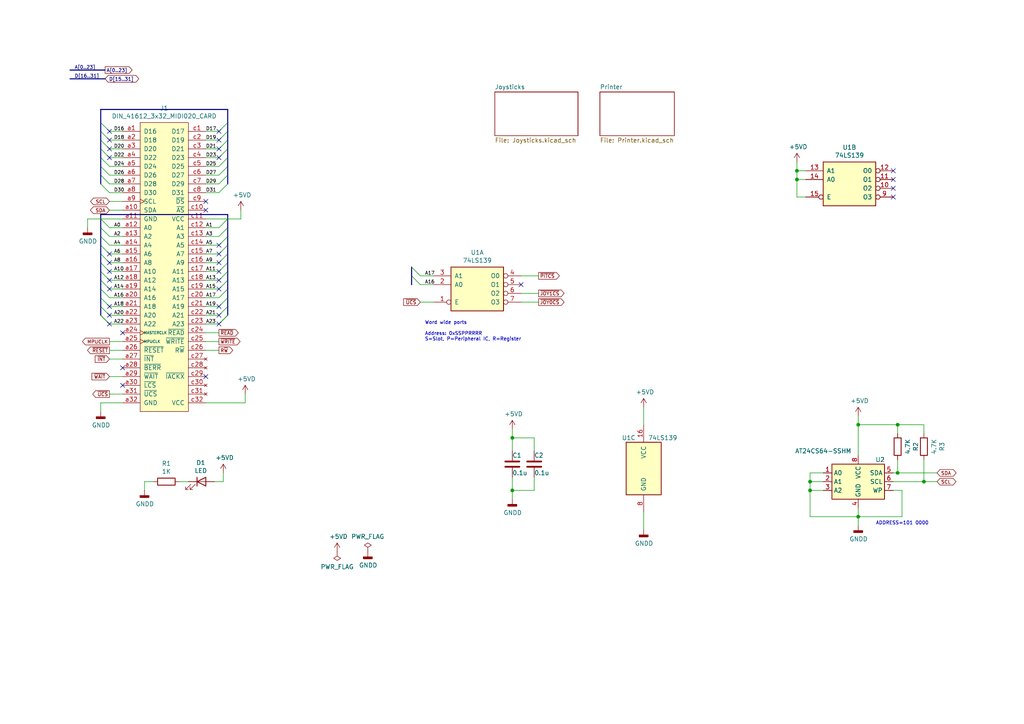
<source format=kicad_sch>
(kicad_sch (version 20211123) (generator eeschema)
  (paper "A4")
  (lib_symbols
    (symbol "74xx:74LS139" (pin_names (offset 1.016))
      (property "Reference" "U" (at -7.62 8.89 0))
      (property "Value" "74LS139" (at -7.62 -8.89 0))
      (symbol "74LS139_1_0"
        (pin input inverted (at -12.7 -5.08 0) (length 5.08) (name "E") (number "1"))
        (pin input line (at -12.7 0 0) (length 5.08) (name "A0") (number "2"))
        (pin input line (at -12.7 2.54 0) (length 5.08) (name "A1") (number "3"))
        (pin output inverted (at 12.7 2.54 180) (length 5.08) (name "O0") (number "4"))
        (pin output inverted (at 12.7 0 180) (length 5.08) (name "O1") (number "5"))
        (pin output inverted (at 12.7 -2.54 180) (length 5.08) (name "O2") (number "6"))
        (pin output inverted (at 12.7 -5.08 180) (length 5.08) (name "O3") (number "7"))
      )
      (symbol "74LS139_1_1"
        (rectangle (start -7.62 5.08) (end 7.62 -7.62) (stroke (width 0.254)) (fill (type background)))
      )
      (symbol "74LS139_2_0"
        (pin output inverted (at 12.7 -2.54 180) (length 5.08) (name "O2") (number "10"))
        (pin output inverted (at 12.7 0 180) (length 5.08) (name "O1") (number "11"))
        (pin output inverted (at 12.7 2.54 180) (length 5.08) (name "O0") (number "12"))
        (pin input line (at -12.7 2.54 0) (length 5.08) (name "A1") (number "13"))
        (pin input line (at -12.7 0 0) (length 5.08) (name "A0") (number "14"))
        (pin input inverted (at -12.7 -5.08 0) (length 5.08) (name "E") (number "15"))
        (pin output inverted (at 12.7 -5.08 180) (length 5.08) (name "O3") (number "9"))
      )
      (symbol "74LS139_2_1"
        (rectangle (start -7.62 5.08) (end 7.62 -7.62) (stroke (width 0.254)) (fill (type background)))
      )
      (symbol "74LS139_3_0"
        (pin power_in line (at 0 12.7 270) (length 5.08) (name "VCC") (number "16"))
        (pin power_in line (at 0 -12.7 90) (length 5.08) (name "GND") (number "8"))
      )
      (symbol "74LS139_3_1"
        (rectangle (start -5.08 7.62) (end 5.08 -7.62) (stroke (width 0.254)) (fill (type background)))
      )
    )
    (symbol "Aslak:DIN_41612_3x32_MIDI020_CARD" (pin_names (offset 1.016))
      (property "Reference" "J" (at 5.08 31.75 0))
      (property "Value" "Aslak_DIN_41612_3x32_MIDI020_CARD" (at -3.81 31.75 0))
      (symbol "DIN_41612_3x32_MIDI020_CARD_0_1"
        (rectangle (start -6.35 30.48) (end 7.62 -53.34) (fill (type background)))
      )
      (symbol "DIN_41612_3x32_MIDI020_CARD_1_1"
        (pin bidirectional line (at -11.43 27.94 0) (length 5.08) (name "D16") (number "a1"))
        (pin bidirectional line (at -11.43 5.08 0) (length 5.08) (name "SDA") (number "a10"))
        (pin power_in line (at -11.43 2.54 0) (length 5.08) (name "GND") (number "a11"))
        (pin output line (at -11.43 0 0) (length 5.08) (name "A0") (number "a12"))
        (pin output line (at -11.43 -2.54 0) (length 5.08) (name "A2") (number "a13"))
        (pin output line (at -11.43 -5.08 0) (length 5.08) (name "A4") (number "a14"))
        (pin output line (at -11.43 -7.62 0) (length 5.08) (name "A6") (number "a15"))
        (pin output line (at -11.43 -10.16 0) (length 5.08) (name "A8") (number "a16"))
        (pin output line (at -11.43 -12.7 0) (length 5.08) (name "A10") (number "a17"))
        (pin output line (at -11.43 -15.24 0) (length 5.08) (name "A12") (number "a18"))
        (pin output line (at -11.43 -17.78 0) (length 5.08) (name "A14") (number "a19"))
        (pin bidirectional line (at -11.43 25.4 0) (length 5.08) (name "D18") (number "a2"))
        (pin output line (at -11.43 -20.32 0) (length 5.08) (name "A16") (number "a20"))
        (pin output line (at -11.43 -22.86 0) (length 5.08) (name "A18") (number "a21"))
        (pin output line (at -11.43 -25.4 0) (length 5.08) (name "A20") (number "a22"))
        (pin output line (at -11.43 -27.94 0) (length 5.08) (name "A22") (number "a23"))
        (pin output clock (at -11.43 -30.48 0) (length 5.08) (name "MASTERCLK") (number "a24"))
        (pin output clock (at -11.43 -33.02 0) (length 5.08) (name "MPUCLK") (number "a25"))
        (pin output line (at -11.43 -35.56 0) (length 5.08) (name "~{RESET}") (number "a26"))
        (pin input line (at -11.43 -38.1 0) (length 5.08) (name "~{INT}") (number "a27"))
        (pin input line (at -11.43 -40.64 0) (length 5.08) (name "~{BERR}") (number "a28"))
        (pin input line (at -11.43 -43.18 0) (length 5.08) (name "~{WAIT}") (number "a29"))
        (pin bidirectional line (at -11.43 22.86 0) (length 5.08) (name "D20") (number "a3"))
        (pin output line (at -11.43 -45.72 0) (length 5.08) (name "~{LCS}") (number "a30"))
        (pin output line (at -11.43 -48.26 0) (length 5.08) (name "~{UCS}") (number "a31"))
        (pin power_in line (at -11.43 -50.8 0) (length 5.08) (name "GND") (number "a32"))
        (pin bidirectional line (at -11.43 20.32 0) (length 5.08) (name "D22") (number "a4"))
        (pin bidirectional line (at -11.43 17.78 0) (length 5.08) (name "D24") (number "a5"))
        (pin bidirectional line (at -11.43 15.24 0) (length 5.08) (name "D26") (number "a6"))
        (pin bidirectional line (at -11.43 12.7 0) (length 5.08) (name "D28") (number "a7"))
        (pin bidirectional line (at -11.43 10.16 0) (length 5.08) (name "D30") (number "a8"))
        (pin bidirectional clock (at -11.43 7.62 0) (length 5.08) (name "SCL") (number "a9"))
        (pin bidirectional line (at 12.7 27.94 180) (length 5.08) (name "D17") (number "c1"))
        (pin output line (at 12.7 5.08 180) (length 5.08) (name "~{AS}") (number "c10"))
        (pin power_in line (at 12.7 2.54 180) (length 5.08) (name "VCC") (number "c11"))
        (pin output line (at 12.7 0 180) (length 5.08) (name "A1") (number "c12"))
        (pin output line (at 12.7 -2.54 180) (length 5.08) (name "A3") (number "c13"))
        (pin output line (at 12.7 -5.08 180) (length 5.08) (name "A5") (number "c14"))
        (pin output line (at 12.7 -7.62 180) (length 5.08) (name "A7") (number "c15"))
        (pin output line (at 12.7 -10.16 180) (length 5.08) (name "A9") (number "c16"))
        (pin output line (at 12.7 -12.7 180) (length 5.08) (name "A11") (number "c17"))
        (pin output line (at 12.7 -15.24 180) (length 5.08) (name "A13") (number "c18"))
        (pin output line (at 12.7 -17.78 180) (length 5.08) (name "A15") (number "c19"))
        (pin bidirectional line (at 12.7 25.4 180) (length 5.08) (name "D19") (number "c2"))
        (pin output line (at 12.7 -20.32 180) (length 5.08) (name "A17") (number "c20"))
        (pin output line (at 12.7 -22.86 180) (length 5.08) (name "A19") (number "c21"))
        (pin output line (at 12.7 -25.4 180) (length 5.08) (name "A21") (number "c22"))
        (pin output line (at 12.7 -27.94 180) (length 5.08) (name "A23") (number "c23"))
        (pin output line (at 12.7 -30.48 180) (length 5.08) (name "~{READ}") (number "c24"))
        (pin output line (at 12.7 -33.02 180) (length 5.08) (name "~{WRITE}") (number "c25"))
        (pin output line (at 12.7 -35.56 180) (length 5.08) (name "R~{W}") (number "c26"))
        (pin no_connect line (at 12.7 -38.1 180) (length 5.08) (name "~") (number "c27"))
        (pin no_connect line (at 12.7 -40.64 180) (length 5.08) (name "~") (number "c28"))
        (pin output line (at 12.7 -43.18 180) (length 5.08) (name "~{IACKX}") (number "c29"))
        (pin bidirectional line (at 12.7 22.86 180) (length 5.08) (name "D21") (number "c3"))
        (pin no_connect line (at 12.7 -45.72 180) (length 5.08) (name "~") (number "c30"))
        (pin no_connect line (at 12.7 -48.26 180) (length 5.08) (name "~") (number "c31"))
        (pin power_in line (at 12.7 -50.8 180) (length 5.08) (name "VCC") (number "c32"))
        (pin bidirectional line (at 12.7 20.32 180) (length 5.08) (name "D23") (number "c4"))
        (pin bidirectional line (at 12.7 17.78 180) (length 5.08) (name "D25") (number "c5"))
        (pin bidirectional line (at 12.7 15.24 180) (length 5.08) (name "D27") (number "c6"))
        (pin bidirectional line (at 12.7 12.7 180) (length 5.08) (name "D29") (number "c7"))
        (pin bidirectional line (at 12.7 10.16 180) (length 5.08) (name "D31") (number "c8"))
        (pin output line (at 12.7 7.62 180) (length 5.08) (name "~{DS}") (number "c9"))
      )
    )
    (symbol "Device:C" (pin_numbers hide) (pin_names (offset 0.254))
      (property "Reference" "C" (at 0.635 2.54 0))
      (property "Value" "C" (at 0.635 -2.54 0))
      (symbol "C_0_1"
        (polyline (pts (xy -2.032 -0.762) (xy 2.032 -0.762)) (stroke (width 0.508)))
        (polyline (pts (xy -2.032 0.762) (xy 2.032 0.762)) (stroke (width 0.508)))
      )
      (symbol "C_1_1"
        (pin passive line (at 0 3.81 270) (length 2.794) (name "~") (number "1"))
        (pin passive line (at 0 -3.81 90) (length 2.794) (name "~") (number "2"))
      )
    )
    (symbol "Device:LED" (pin_numbers hide) (pin_names (offset 1.016) hide)
      (property "Reference" "D" (at 0 2.54 0))
      (property "Value" "LED" (at 0 -2.54 0))
      (symbol "LED_0_1"
        (polyline (pts (xy -1.27 -1.27) (xy -1.27 1.27)) (stroke (width 0.254)))
        (polyline (pts (xy -1.27 0) (xy 1.27 0)))
        (polyline (pts (xy 1.27 -1.27) (xy 1.27 1.27) (xy -1.27 0) (xy 1.27 -1.27)) (stroke (width 0.254)))
        (polyline (pts (xy -3.048 -0.762) (xy -4.572 -2.286) (xy -3.81 -2.286) (xy -4.572 -2.286) (xy -4.572 -1.524)))
        (polyline (pts (xy -1.778 -0.762) (xy -3.302 -2.286) (xy -2.54 -2.286) (xy -3.302 -2.286) (xy -3.302 -1.524)))
      )
      (symbol "LED_1_1"
        (pin passive line (at -3.81 0 0) (length 2.54) (name "K") (number "1"))
        (pin passive line (at 3.81 0 180) (length 2.54) (name "A") (number "2"))
      )
    )
    (symbol "Device:R" (pin_numbers hide) (pin_names (offset 0))
      (property "Reference" "R" (at 2.032 0 90))
      (property "Value" "R" (at 0 0 90))
      (symbol "R_0_1"
        (rectangle (start -1.016 -2.54) (end 1.016 2.54) (stroke (width 0.254)))
      )
      (symbol "R_1_1"
        (pin passive line (at 0 3.81 270) (length 1.27) (name "~") (number "1"))
        (pin passive line (at 0 -3.81 90) (length 1.27) (name "~") (number "2"))
      )
    )
    (symbol "Memory_EEPROM:AT24CS64-SSHM"
      (property "Reference" "U" (at -7.62 6.35 0))
      (property "Value" "AT24CS64-SSHM" (at 2.54 -6.35 0))
      (symbol "AT24CS64-SSHM_1_1"
        (rectangle (start -7.62 5.08) (end 7.62 -5.08) (stroke (width 0.254)) (fill (type background)))
        (pin input line (at -10.16 2.54 0) (length 2.54) (name "A0") (number "1"))
        (pin input line (at -10.16 0 0) (length 2.54) (name "A1") (number "2"))
        (pin input line (at -10.16 -2.54 0) (length 2.54) (name "A2") (number "3"))
        (pin power_in line (at 0 -7.62 90) (length 2.54) (name "GND") (number "4"))
        (pin bidirectional line (at 10.16 2.54 180) (length 2.54) (name "SDA") (number "5"))
        (pin input line (at 10.16 0 180) (length 2.54) (name "SCL") (number "6"))
        (pin input line (at 10.16 -2.54 180) (length 2.54) (name "WP") (number "7"))
        (pin power_in line (at 0 7.62 270) (length 2.54) (name "VCC") (number "8"))
      )
    )
    (symbol "power:+5VD" (power) (pin_names (offset 0))
      (property "Value" "+5VD" (at 0 3.556 0))
      (symbol "+5VD_0_1"
        (polyline (pts (xy -0.762 1.27) (xy 0 2.54)))
        (polyline (pts (xy 0 0) (xy 0 2.54)))
        (polyline (pts (xy 0 2.54) (xy 0.762 1.27)))
      )
      (symbol "+5VD_1_1"
        (pin power_in line (at 0 0 90) (length 0) hide (name "+5VD") (number "1"))
      )
    )
    (symbol "power:GNDD" (power) (pin_names (offset 0))
      (property "Value" "GNDD" (at 0 -3.175 0))
      (symbol "GNDD_0_1"
        (rectangle (start -1.27 -1.524) (end 1.27 -2.032) (stroke (width 0.254)) (fill (type outline)))
        (polyline (pts (xy 0 0) (xy 0 -1.524)))
      )
      (symbol "GNDD_1_1"
        (pin power_in line (at 0 0 270) (length 0) hide (name "GNDD") (number "1"))
      )
    )
    (symbol "power:PWR_FLAG" (power) (pin_numbers hide) (pin_names (offset 0) hide)
      (property "Value" "PWR_FLAG" (at 0 3.81 0))
      (symbol "PWR_FLAG_0_0"
        (pin power_out line (at 0 0 90) (length 0) (name "pwr") (number "1"))
      )
      (symbol "PWR_FLAG_0_1"
        (polyline (pts (xy 0 0) (xy 0 1.27) (xy -1.016 1.905) (xy 0 2.54) (xy 1.016 1.905) (xy 0 1.27)))
      )
    )
  )
  (junction (at 260.35 137.16))
  (junction (at 148.59 142.24))
  (junction (at 248.92 149.86))
  (junction (at 234.95 142.24))
  (junction (at 260.35 123.19))
  (junction (at 231.14 52.07))
  (junction (at 248.92 123.19))
  (junction (at 267.97 139.7))
  (junction (at 234.95 139.7))
  (junction (at 148.59 127))
  (junction (at 231.14 49.53))
  (no_connect (at 35.56 106.68))
  (no_connect (at 151.13 82.55))
  (no_connect (at 63.5 88.9))
  (no_connect (at 63.5 45.72))
  (no_connect (at 31.75 83.82))
  (no_connect (at 31.75 73.66))
  (no_connect (at 63.5 71.12))
  (no_connect (at 31.75 76.2))
  (no_connect (at 63.5 76.2))
  (no_connect (at 31.75 93.98))
  (no_connect (at 63.5 83.82))
  (no_connect (at 259.08 57.15))
  (no_connect (at 63.5 38.1))
  (no_connect (at 63.5 78.74))
  (no_connect (at 259.08 49.53))
  (no_connect (at 31.75 91.44))
  (no_connect (at 35.56 96.52))
  (no_connect (at 31.75 43.18))
  (no_connect (at 63.5 81.28))
  (no_connect (at 59.69 60.96))
  (no_connect (at 259.08 52.07))
  (no_connect (at 31.75 38.1))
  (no_connect (at 31.75 81.28))
  (no_connect (at 63.5 91.44))
  (no_connect (at 63.5 73.66))
  (no_connect (at 31.75 88.9))
  (no_connect (at 63.5 40.64))
  (no_connect (at 59.69 58.42))
  (no_connect (at 35.56 111.76))
  (no_connect (at 59.69 109.22))
  (no_connect (at 259.08 54.61))
  (no_connect (at 63.5 93.98))
  (no_connect (at 31.75 78.74))
  (no_connect (at 31.75 40.64))
  (no_connect (at 63.5 43.18))
  (no_connect (at 31.75 45.72))
  (bus_entry (at 66.04 53.34) (size -2.54 2.54))
  (bus_entry (at 66.04 71.12) (size -2.54 2.54))
  (bus_entry (at 29.21 38.1) (size 2.54 2.54))
  (bus_entry (at 66.04 35.56) (size -2.54 2.54))
  (bus_entry (at 66.04 45.72) (size -2.54 2.54))
  (bus_entry (at 29.21 71.12) (size 2.54 2.54))
  (bus_entry (at 66.04 76.2) (size -2.54 2.54))
  (bus_entry (at 29.21 88.9) (size 2.54 2.54))
  (bus_entry (at 66.04 66.04) (size -2.54 2.54))
  (bus_entry (at 29.21 76.2) (size 2.54 2.54))
  (bus_entry (at 29.21 73.66) (size 2.54 2.54))
  (bus_entry (at 66.04 40.64) (size -2.54 2.54))
  (bus_entry (at 29.21 43.18) (size 2.54 2.54))
  (bus_entry (at 66.04 48.26) (size -2.54 2.54))
  (bus_entry (at 29.21 66.04) (size 2.54 2.54))
  (bus_entry (at 29.21 50.8) (size 2.54 2.54))
  (bus_entry (at 29.21 53.34) (size 2.54 2.54))
  (bus_entry (at 66.04 81.28) (size -2.54 2.54))
  (bus_entry (at 66.04 38.1) (size -2.54 2.54))
  (bus_entry (at 66.04 86.36) (size -2.54 2.54))
  (bus_entry (at 29.21 63.5) (size 2.54 2.54))
  (bus_entry (at 29.21 91.44) (size 2.54 2.54))
  (bus_entry (at 29.21 91.44) (size 2.54 2.54))
  (bus_entry (at 66.04 83.82) (size -2.54 2.54))
  (bus_entry (at 66.04 91.44) (size -2.54 2.54))
  (bus_entry (at 29.21 48.26) (size 2.54 2.54))
  (bus_entry (at 66.04 63.5) (size -2.54 2.54))
  (bus_entry (at 66.04 68.58) (size -2.54 2.54))
  (bus_entry (at 66.04 91.44) (size -2.54 2.54))
  (bus_entry (at 66.04 73.66) (size -2.54 2.54))
  (bus_entry (at 29.21 45.72) (size 2.54 2.54))
  (bus_entry (at 29.21 83.82) (size 2.54 2.54))
  (bus_entry (at 29.21 35.56) (size 2.54 2.54))
  (bus_entry (at 29.21 40.64) (size 2.54 2.54))
  (bus_entry (at 66.04 50.8) (size -2.54 2.54))
  (bus_entry (at 119.38 77.47) (size 2.54 2.54))
  (bus_entry (at 29.21 86.36) (size 2.54 2.54))
  (bus_entry (at 29.21 68.58) (size 2.54 2.54))
  (bus_entry (at 66.04 88.9) (size -2.54 2.54))
  (bus_entry (at 29.21 78.74) (size 2.54 2.54))
  (bus_entry (at 119.38 80.01) (size 2.54 2.54))
  (bus_entry (at 29.21 81.28) (size 2.54 2.54))
  (bus_entry (at 66.04 43.18) (size -2.54 2.54))
  (bus_entry (at 66.04 78.74) (size -2.54 2.54))
  (wire (pts (xy 267.97 133.35) (xy 267.97 139.7)))
  (wire (pts (xy 261.62 142.24) (xy 261.62 149.86)))
  (wire (pts (xy 59.69 48.26) (xy 63.5 48.26)))
  (wire (pts (xy 59.69 53.34) (xy 63.5 53.34)))
  (wire (pts (xy 35.56 43.18) (xy 31.75 43.18)))
  (wire (pts (xy 260.35 137.16) (xy 271.78 137.16)))
  (bus (pts (xy 29.21 81.28) (xy 29.21 83.82)))
  (wire (pts (xy 59.69 66.04) (xy 63.5 66.04)))
  (bus (pts (xy 66.04 83.82) (xy 66.04 86.36)))
  (wire (pts (xy 121.92 87.63) (xy 125.73 87.63)))
  (wire (pts (xy 238.76 142.24) (xy 234.95 142.24)))
  (wire (pts (xy 59.69 45.72) (xy 63.5 45.72)))
  (bus (pts (xy 29.21 43.18) (xy 29.21 45.72)))
  (wire (pts (xy 59.69 38.1) (xy 63.5 38.1)))
  (wire (pts (xy 35.56 53.34) (xy 31.75 53.34)))
  (wire (pts (xy 186.69 148.59) (xy 186.69 153.67)))
  (wire (pts (xy 125.73 80.01) (xy 121.92 80.01)))
  (wire (pts (xy 238.76 137.16) (xy 234.95 137.16)))
  (wire (pts (xy 71.12 116.84) (xy 71.12 114.3)))
  (wire (pts (xy 35.56 114.3) (xy 31.75 114.3)))
  (wire (pts (xy 259.08 142.24) (xy 261.62 142.24)))
  (bus (pts (xy 66.04 76.2) (xy 66.04 78.74)))
  (wire (pts (xy 59.69 40.64) (xy 63.5 40.64)))
  (bus (pts (xy 29.21 83.82) (xy 29.21 86.36)))
  (wire (pts (xy 35.56 91.44) (xy 31.75 91.44)))
  (wire (pts (xy 148.59 142.24) (xy 148.59 138.43)))
  (wire (pts (xy 59.69 71.12) (xy 63.5 71.12)))
  (wire (pts (xy 59.69 50.8) (xy 63.5 50.8)))
  (wire (pts (xy 29.21 63.5) (xy 35.56 63.5)))
  (wire (pts (xy 234.95 137.16) (xy 234.95 139.7)))
  (wire (pts (xy 231.14 49.53) (xy 231.14 52.07)))
  (bus (pts (xy 66.04 45.72) (xy 66.04 48.26)))
  (bus (pts (xy 29.21 73.66) (xy 29.21 76.2)))
  (wire (pts (xy 35.56 45.72) (xy 31.75 45.72)))
  (bus (pts (xy 66.04 35.56) (xy 66.04 38.1)))
  (bus (pts (xy 29.21 62.23) (xy 66.04 62.23)))
  (wire (pts (xy 248.92 120.65) (xy 248.92 123.19)))
  (wire (pts (xy 59.69 91.44) (xy 63.5 91.44)))
  (wire (pts (xy 35.56 48.26) (xy 31.75 48.26)))
  (wire (pts (xy 154.94 142.24) (xy 154.94 138.43)))
  (wire (pts (xy 267.97 139.7) (xy 271.78 139.7)))
  (wire (pts (xy 231.14 57.15) (xy 233.68 57.15)))
  (wire (pts (xy 248.92 149.86) (xy 248.92 152.4)))
  (wire (pts (xy 267.97 125.73) (xy 267.97 123.19)))
  (wire (pts (xy 35.56 38.1) (xy 31.75 38.1)))
  (wire (pts (xy 238.76 139.7) (xy 234.95 139.7)))
  (bus (pts (xy 119.38 80.01) (xy 119.38 82.55)))
  (wire (pts (xy 154.94 130.81) (xy 154.94 127)))
  (wire (pts (xy 260.35 125.73) (xy 260.35 123.19)))
  (wire (pts (xy 25.4 63.5) (xy 29.21 63.5)))
  (bus (pts (xy 66.04 43.18) (xy 66.04 45.72)))
  (wire (pts (xy 260.35 133.35) (xy 260.35 137.16)))
  (wire (pts (xy 231.14 52.07) (xy 231.14 57.15)))
  (wire (pts (xy 248.92 123.19) (xy 248.92 132.08)))
  (wire (pts (xy 66.04 63.5) (xy 69.85 63.5)))
  (wire (pts (xy 148.59 127) (xy 148.59 124.46)))
  (wire (pts (xy 151.13 85.09) (xy 156.21 85.09)))
  (bus (pts (xy 29.21 31.75) (xy 66.04 31.75)))
  (bus (pts (xy 66.04 71.12) (xy 66.04 73.66)))
  (wire (pts (xy 35.56 83.82) (xy 31.75 83.82)))
  (wire (pts (xy 35.56 73.66) (xy 31.75 73.66)))
  (bus (pts (xy 66.04 81.28) (xy 66.04 83.82)))
  (bus (pts (xy 66.04 86.36) (xy 66.04 88.9)))
  (bus (pts (xy 20.32 22.86) (xy 30.48 22.86)))
  (bus (pts (xy 29.21 78.74) (xy 29.21 81.28)))
  (wire (pts (xy 259.08 139.7) (xy 267.97 139.7)))
  (wire (pts (xy 35.56 101.6) (xy 31.75 101.6)))
  (wire (pts (xy 41.91 142.24) (xy 41.91 139.7)))
  (wire (pts (xy 35.56 40.64) (xy 31.75 40.64)))
  (wire (pts (xy 59.69 96.52) (xy 63.5 96.52)))
  (wire (pts (xy 59.69 101.6) (xy 63.5 101.6)))
  (bus (pts (xy 29.21 38.1) (xy 29.21 40.64)))
  (wire (pts (xy 59.69 76.2) (xy 63.5 76.2)))
  (wire (pts (xy 234.95 139.7) (xy 234.95 142.24)))
  (wire (pts (xy 35.56 109.22) (xy 31.75 109.22)))
  (wire (pts (xy 261.62 149.86) (xy 248.92 149.86)))
  (wire (pts (xy 148.59 142.24) (xy 154.94 142.24)))
  (wire (pts (xy 259.08 137.16) (xy 260.35 137.16)))
  (wire (pts (xy 35.56 76.2) (xy 31.75 76.2)))
  (bus (pts (xy 29.21 66.04) (xy 29.21 68.58)))
  (wire (pts (xy 64.77 139.7) (xy 64.77 137.16)))
  (wire (pts (xy 248.92 149.86) (xy 248.92 147.32)))
  (bus (pts (xy 66.04 88.9) (xy 66.04 91.44)))
  (wire (pts (xy 260.35 123.19) (xy 248.92 123.19)))
  (wire (pts (xy 52.07 139.7) (xy 54.61 139.7)))
  (wire (pts (xy 35.56 104.14) (xy 31.75 104.14)))
  (wire (pts (xy 151.13 80.01) (xy 156.21 80.01)))
  (wire (pts (xy 59.69 93.98) (xy 63.5 93.98)))
  (wire (pts (xy 59.69 63.5) (xy 66.04 63.5)))
  (wire (pts (xy 148.59 142.24) (xy 148.59 144.78)))
  (bus (pts (xy 66.04 38.1) (xy 66.04 40.64)))
  (wire (pts (xy 62.23 139.7) (xy 64.77 139.7)))
  (wire (pts (xy 59.69 55.88) (xy 63.5 55.88)))
  (bus (pts (xy 66.04 68.58) (xy 66.04 71.12)))
  (wire (pts (xy 59.69 83.82) (xy 63.5 83.82)))
  (bus (pts (xy 66.04 66.04) (xy 66.04 68.58)))
  (bus (pts (xy 66.04 62.23) (xy 66.04 63.5)))
  (wire (pts (xy 41.91 139.7) (xy 44.45 139.7)))
  (wire (pts (xy 59.69 78.74) (xy 63.5 78.74)))
  (bus (pts (xy 66.04 63.5) (xy 66.04 66.04)))
  (bus (pts (xy 66.04 31.75) (xy 66.04 35.56)))
  (wire (pts (xy 234.95 149.86) (xy 248.92 149.86)))
  (bus (pts (xy 29.21 35.56) (xy 29.21 38.1)))
  (wire (pts (xy 231.14 46.99) (xy 231.14 49.53)))
  (bus (pts (xy 119.38 77.47) (xy 119.38 80.01)))
  (wire (pts (xy 233.68 49.53) (xy 231.14 49.53)))
  (bus (pts (xy 66.04 48.26) (xy 66.04 50.8)))
  (bus (pts (xy 66.04 40.64) (xy 66.04 43.18)))
  (wire (pts (xy 35.56 58.42) (xy 31.75 58.42)))
  (wire (pts (xy 231.14 52.07) (xy 233.68 52.07)))
  (wire (pts (xy 35.56 86.36) (xy 31.75 86.36)))
  (bus (pts (xy 29.21 86.36) (xy 29.21 88.9)))
  (wire (pts (xy 59.69 81.28) (xy 63.5 81.28)))
  (wire (pts (xy 35.56 81.28) (xy 31.75 81.28)))
  (wire (pts (xy 35.56 55.88) (xy 31.75 55.88)))
  (wire (pts (xy 35.56 93.98) (xy 31.75 93.98)))
  (wire (pts (xy 59.69 88.9) (xy 63.5 88.9)))
  (wire (pts (xy 59.69 73.66) (xy 63.5 73.66)))
  (wire (pts (xy 35.56 50.8) (xy 31.75 50.8)))
  (bus (pts (xy 29.21 76.2) (xy 29.21 78.74)))
  (wire (pts (xy 35.56 71.12) (xy 31.75 71.12)))
  (wire (pts (xy 35.56 116.84) (xy 29.21 116.84)))
  (bus (pts (xy 29.21 88.9) (xy 29.21 91.44)))
  (wire (pts (xy 267.97 123.19) (xy 260.35 123.19)))
  (bus (pts (xy 29.21 40.64) (xy 29.21 43.18)))
  (wire (pts (xy 69.85 63.5) (xy 69.85 60.96)))
  (bus (pts (xy 66.04 73.66) (xy 66.04 76.2)))
  (bus (pts (xy 29.21 50.8) (xy 29.21 53.34)))
  (bus (pts (xy 29.21 71.12) (xy 29.21 73.66)))
  (wire (pts (xy 125.73 82.55) (xy 121.92 82.55)))
  (wire (pts (xy 35.56 88.9) (xy 31.75 88.9)))
  (bus (pts (xy 29.21 62.23) (xy 29.21 63.5)))
  (wire (pts (xy 59.69 68.58) (xy 63.5 68.58)))
  (wire (pts (xy 59.69 86.36) (xy 63.5 86.36)))
  (wire (pts (xy 35.56 68.58) (xy 31.75 68.58)))
  (wire (pts (xy 154.94 127) (xy 148.59 127)))
  (wire (pts (xy 186.69 118.11) (xy 186.69 123.19)))
  (bus (pts (xy 29.21 68.58) (xy 29.21 71.12)))
  (wire (pts (xy 35.56 66.04) (xy 31.75 66.04)))
  (wire (pts (xy 59.69 99.06) (xy 63.5 99.06)))
  (wire (pts (xy 35.56 60.96) (xy 31.75 60.96)))
  (bus (pts (xy 29.21 45.72) (xy 29.21 48.26)))
  (wire (pts (xy 59.69 43.18) (xy 63.5 43.18)))
  (wire (pts (xy 148.59 127) (xy 148.59 130.81)))
  (bus (pts (xy 29.21 48.26) (xy 29.21 50.8)))
  (bus (pts (xy 29.21 63.5) (xy 29.21 66.04)))
  (wire (pts (xy 156.21 87.63) (xy 151.13 87.63)))
  (wire (pts (xy 29.21 116.84) (xy 29.21 119.38)))
  (bus (pts (xy 29.21 31.75) (xy 29.21 35.56)))
  (bus (pts (xy 66.04 50.8) (xy 66.04 53.34)))
  (wire (pts (xy 59.69 116.84) (xy 71.12 116.84)))
  (wire (pts (xy 25.4 63.5) (xy 25.4 66.04)))
  (wire (pts (xy 35.56 99.06) (xy 31.75 99.06)))
  (wire (pts (xy 35.56 78.74) (xy 31.75 78.74)))
  (bus (pts (xy 20.32 20.32) (xy 30.48 20.32)))
  (bus (pts (xy 66.04 78.74) (xy 66.04 81.28)))
  (wire (pts (xy 234.95 142.24) (xy 234.95 149.86)))
  (text "Word wide ports\n\nAddress: 0xSSPPRRRR\nS=Slot, P=Peripheral IC, R=Register" (at 123.19 99.06 0) (effects (font (size 0.9906 0.9906)) (justify left bottom)))
  (text "ADDRESS=101 0000" (at 254 152.4 0) (effects (font (size 0.9906 0.9906)) (justify left bottom)))
  (label "D19" (at 59.69 40.64 0) (effects (font (size 0.9906 0.9906))))
  (label "D[16..31]" (at 21.59 22.86 0) (effects (font (size 0.9906 0.9906))))
  (label "D21" (at 59.69 43.18 0) (effects (font (size 0.9906 0.9906))))
  (label "A6" (at 33.02 73.66 0) (effects (font (size 0.9906 0.9906))))
  (label "A22" (at 33.02 93.98 0) (effects (font (size 0.9906 0.9906))))
  (label "D26" (at 33.02 50.8 0) (effects (font (size 0.9906 0.9906))))
  (label "A17" (at 123.19 80.01 0) (effects (font (size 0.9906 0.9906))))
  (label "A23" (at 59.69 93.98 0) (effects (font (size 0.9906 0.9906))))
  (label "A4" (at 33.02 71.12 0) (effects (font (size 0.9906 0.9906))))
  (label "A3" (at 59.69 68.58 0) (effects (font (size 0.9906 0.9906))))
  (label "A0" (at 33.02 66.04 0) (effects (font (size 0.9906 0.9906))))
  (label "D25" (at 59.69 48.26 0) (effects (font (size 0.9906 0.9906))))
  (label "A16" (at 33.02 86.36 0) (effects (font (size 0.9906 0.9906))))
  (label "A[0..23]" (at 21.59 20.32 0) (effects (font (size 0.9906 0.9906))))
  (label "A5" (at 59.69 71.12 0) (effects (font (size 0.9906 0.9906))))
  (label "D24" (at 33.02 48.26 0) (effects (font (size 0.9906 0.9906))))
  (label "A20" (at 33.02 91.44 0) (effects (font (size 0.9906 0.9906))))
  (label "A21" (at 59.69 91.44 0) (effects (font (size 0.9906 0.9906))))
  (label "A11" (at 59.69 78.74 0) (effects (font (size 0.9906 0.9906))))
  (label "A7" (at 59.69 73.66 0) (effects (font (size 0.9906 0.9906))))
  (label "D17" (at 59.69 38.1 0) (effects (font (size 0.9906 0.9906))))
  (label "A10" (at 33.02 78.74 0) (effects (font (size 0.9906 0.9906))))
  (label "A16" (at 123.19 82.55 0) (effects (font (size 0.9906 0.9906))))
  (label "D31" (at 59.69 55.88 0) (effects (font (size 0.9906 0.9906))))
  (label "D29" (at 59.69 53.34 0) (effects (font (size 0.9906 0.9906))))
  (label "D27" (at 59.69 50.8 0) (effects (font (size 0.9906 0.9906))))
  (label "A19" (at 59.69 88.9 0) (effects (font (size 0.9906 0.9906))))
  (label "A2" (at 33.02 68.58 0) (effects (font (size 0.9906 0.9906))))
  (label "A9" (at 59.69 76.2 0) (effects (font (size 0.9906 0.9906))))
  (label "A12" (at 33.02 81.28 0) (effects (font (size 0.9906 0.9906))))
  (label "A14" (at 33.02 83.82 0) (effects (font (size 0.9906 0.9906))))
  (label "A15" (at 59.69 83.82 0) (effects (font (size 0.9906 0.9906))))
  (label "A13" (at 59.69 81.28 0) (effects (font (size 0.9906 0.9906))))
  (label "D18" (at 33.02 40.64 0) (effects (font (size 0.9906 0.9906))))
  (label "A17" (at 59.69 86.36 0) (effects (font (size 0.9906 0.9906))))
  (label "D22" (at 33.02 45.72 0) (effects (font (size 0.9906 0.9906))))
  (label "D16" (at 33.02 38.1 0) (effects (font (size 0.9906 0.9906))))
  (label "D28" (at 33.02 53.34 0) (effects (font (size 0.9906 0.9906))))
  (label "A8" (at 33.02 76.2 0) (effects (font (size 0.9906 0.9906))))
  (label "D23" (at 59.69 45.72 0) (effects (font (size 0.9906 0.9906))))
  (label "D30" (at 33.02 55.88 0) (effects (font (size 0.9906 0.9906))))
  (label "D20" (at 33.02 43.18 0) (effects (font (size 0.9906 0.9906))))
  (label "A18" (at 33.02 88.9 0) (effects (font (size 0.9906 0.9906))))
  (label "A1" (at 59.69 66.04 0) (effects (font (size 0.9906 0.9906))))
  (global_label "~{UCS}" (shape output) (at 31.75 114.3 180) (effects (font (size 0.9906 0.9906))) (property "Intersheet References" "${INTERSHEET_REFS}" (effects hide)))
  (global_label "~{PITCS}" (shape output) (at 156.21 80.01 0) (effects (font (size 0.9906 0.9906))) (property "Intersheet References" "${INTERSHEET_REFS}" (effects hide)))
  (global_label "SDA" (shape bidirectional) (at 271.78 137.16 0) (effects (font (size 0.9906 0.9906))) (property "Intersheet References" "${INTERSHEET_REFS}" (effects hide)))
  (global_label "~{WAIT}" (shape input) (at 31.75 109.22 180) (effects (font (size 0.9906 0.9906))) (property "Intersheet References" "${INTERSHEET_REFS}" (effects hide)))
  (global_label "R~{W}" (shape output) (at 63.5 101.6 0) (effects (font (size 0.9906 0.9906))) (property "Intersheet References" "${INTERSHEET_REFS}" (effects hide)))
  (global_label "~{JOY0CS}" (shape output) (at 156.21 87.63 0) (effects (font (size 0.9906 0.9906))) (property "Intersheet References" "${INTERSHEET_REFS}" (effects hide)))
  (global_label "SCL" (shape bidirectional) (at 31.75 58.42 180) (effects (font (size 0.9906 0.9906))) (property "Intersheet References" "${INTERSHEET_REFS}" (effects hide)))
  (global_label "A[0..23]" (shape output) (at 30.48 20.32 0) (effects (font (size 0.9906 0.9906))) (property "Intersheet References" "${INTERSHEET_REFS}" (effects hide)))
  (global_label "MPUCLK" (shape output) (at 31.75 99.06 180) (effects (font (size 0.9906 0.9906))) (property "Intersheet References" "${INTERSHEET_REFS}" (effects hide)))
  (global_label "~{WRITE}" (shape output) (at 63.5 99.06 0) (effects (font (size 0.9906 0.9906))) (property "Intersheet References" "${INTERSHEET_REFS}" (effects hide)))
  (global_label "SCL" (shape bidirectional) (at 271.78 139.7 0) (effects (font (size 0.9906 0.9906))) (property "Intersheet References" "${INTERSHEET_REFS}" (effects hide)))
  (global_label "~{READ}" (shape output) (at 63.5 96.52 0) (effects (font (size 0.9906 0.9906))) (property "Intersheet References" "${INTERSHEET_REFS}" (effects hide)))
  (global_label "SDA" (shape bidirectional) (at 31.75 60.96 180) (effects (font (size 0.9906 0.9906))) (property "Intersheet References" "${INTERSHEET_REFS}" (effects hide)))
  (global_label "D[15..31]" (shape bidirectional) (at 30.48 22.86 0) (effects (font (size 0.9906 0.9906))) (property "Intersheet References" "${INTERSHEET_REFS}" (effects hide)))
  (global_label "~{INT}" (shape input) (at 31.75 104.14 180) (effects (font (size 0.9906 0.9906))) (property "Intersheet References" "${INTERSHEET_REFS}" (effects hide)))
  (global_label "~{JOY1CS}" (shape output) (at 156.21 85.09 0) (effects (font (size 0.9906 0.9906))) (property "Intersheet References" "${INTERSHEET_REFS}" (effects hide)))
  (global_label "~{UCS}" (shape input) (at 121.92 87.63 180) (effects (font (size 0.9906 0.9906))) (property "Intersheet References" "${INTERSHEET_REFS}" (effects hide)))
  (global_label "~{RESET}" (shape output) (at 31.75 101.6 180) (effects (font (size 0.9906 0.9906))) (property "Intersheet References" "${INTERSHEET_REFS}" (effects hide)))
  (symbol (lib_id "power:+5VD") (at 71.12 114.3 0) (unit 1)
    (property "Reference" "#PWR06" (effects hide))
    (property "Value" "+5VD" (at 71.501 109.9058 0))
  )
  (symbol (lib_id "power:+5VD") (at 69.85 60.96 0) (unit 1)
    (property "Reference" "#PWR05" (effects hide))
    (property "Value" "+5VD" (at 70.231 56.5658 0))
  )
  (symbol (lib_id "power:GNDD") (at 29.21 119.38 0) (unit 1)
    (property "Reference" "#PWR02" (effects hide))
    (property "Value" "GNDD" (at 29.3116 123.317 0))
  )
  (symbol (lib_id "power:GNDD") (at 25.4 66.04 0) (unit 1)
    (property "Reference" "#PWR01" (effects hide))
    (property "Value" "GNDD" (at 25.5016 69.977 0))
  )
  (symbol (lib_id "Device:C") (at 148.59 134.62 0) (unit 1)
    (property "Reference" "C1" (at 148.59 132.08 0) (effects (justify left)))
    (property "Value" "0.1u" (at 148.59 137.16 0) (effects (justify left)))
    (property "Footprint" "Capacitor_SMD:C_1206_3216Metric" (effects hide))
  )
  (symbol (lib_id "power:GNDD") (at 148.59 144.78 0) (unit 1)
    (property "Reference" "#PWR010" (effects hide))
    (property "Value" "GNDD" (at 148.6916 148.717 0))
  )
  (symbol (lib_id "power:+5VD") (at 148.59 124.46 0) (unit 1)
    (property "Reference" "#PWR09" (effects hide))
    (property "Value" "+5VD" (at 148.971 120.0658 0))
  )
  (symbol (lib_id "power:+5VD") (at 97.79 160.02 0) (unit 1)
    (property "Reference" "#PWR07" (effects hide))
    (property "Value" "+5VD" (at 98.171 155.6258 0))
  )
  (symbol (lib_id "power:GNDD") (at 106.68 160.02 0) (unit 1)
    (property "Reference" "#PWR08" (effects hide))
    (property "Value" "GNDD" (at 106.7816 163.957 0))
  )
  (symbol (lib_id "power:PWR_FLAG") (at 106.68 160.02 0) (unit 1)
    (property "Reference" "#FLG02" (effects hide))
    (property "Value" "PWR_FLAG" (at 106.68 155.6258 0))
  )
  (symbol (lib_id "power:PWR_FLAG") (at 97.79 160.02 180) (unit 1)
    (property "Reference" "#FLG01" (effects hide))
    (property "Value" "PWR_FLAG" (at 97.79 164.4142 0))
  )
  (symbol (lib_id "Device:LED") (at 58.42 139.7 0) (unit 1)
    (property "Reference" "D1" (at 58.2422 134.2136 0))
    (property "Value" "LED" (at 58.2422 136.525 0))
    (property "Footprint" "LED_SMD:LED_1210_3225Metric" (effects hide))
  )
  (symbol (lib_id "power:+5VD") (at 64.77 137.16 0) (unit 1)
    (property "Reference" "#PWR04" (effects hide))
    (property "Value" "+5VD" (at 65.151 132.7658 0))
  )
  (symbol (lib_id "Device:R") (at 48.26 139.7 90) (unit 1)
    (property "Reference" "R1" (at 48.26 134.4422 90))
    (property "Value" "1K" (at 48.26 136.7536 90))
    (property "Footprint" "Resistor_SMD:R_1206_3216Metric" (effects hide))
  )
  (symbol (lib_id "power:GNDD") (at 41.91 142.24 0) (unit 1)
    (property "Reference" "#PWR03" (effects hide))
    (property "Value" "GNDD" (at 42.0116 146.177 0))
  )
  (symbol (lib_id "Memory_EEPROM:AT24CS64-SSHM") (at 248.92 139.7 0) (unit 1)
    (property "Reference" "U2" (at 255.27 133.35 0))
    (property "Value" "AT24CS64-SSHM" (at 238.76 130.81 0))
    (property "Footprint" "Package_SO:SOIC-8_3.9x4.9mm_P1.27mm" (effects hide))
    (property "Datasheet" "http://ww1.microchip.com/downloads/en/DeviceDoc/Atmel-8870-SEEPROM-AT24CS64-Datasheet.pdf" (effects hide))
  )
  (symbol (lib_id "power:+5VD") (at 248.92 120.65 0) (unit 1)
    (property "Reference" "#PWR014" (effects hide))
    (property "Value" "+5VD" (at 249.301 116.2558 0))
  )
  (symbol (lib_id "power:GNDD") (at 248.92 152.4 0) (unit 1)
    (property "Reference" "#PWR015" (effects hide))
    (property "Value" "GNDD" (at 249.0216 156.337 0))
  )
  (symbol (lib_id "power:GNDD") (at 186.69 153.67 0) (unit 1)
    (property "Reference" "#PWR012" (effects hide))
    (property "Value" "GNDD" (at 186.7916 157.607 0))
  )
  (symbol (lib_id "power:+5VD") (at 186.69 118.11 0) (unit 1)
    (property "Reference" "#PWR011" (effects hide))
    (property "Value" "+5VD" (at 187.071 113.7158 0))
  )
  (symbol (lib_id "74xx:74LS139") (at 138.43 82.55 0) (unit 1)
    (property "Reference" "U1" (at 138.43 73.2282 0))
    (property "Value" "74LS139" (at 138.43 75.5396 0))
    (property "Footprint" "Package_SO:SOIC-16W_5.3x10.2mm_P1.27mm" (effects hide))
    (property "Datasheet" "http://www.ti.com/lit/gpn/sn74LS139" (effects hide))
  )
  (symbol (lib_id "74xx:74LS139") (at 186.69 135.89 0) (unit 3)
    (property "Reference" "U1" (at 180.34 127 0) (effects (justify left)))
    (property "Value" "74LS139" (at 187.96 127 0) (effects (justify left)))
    (property "Footprint" "Package_SO:SOIC-16W_5.3x10.2mm_P1.27mm" (effects hide))
    (property "Datasheet" "http://www.ti.com/lit/gpn/sn74LS139" (effects hide))
  )
  (symbol (lib_id "Device:C") (at 154.94 134.62 0) (unit 1)
    (property "Reference" "C2" (at 154.94 132.08 0) (effects (justify left)))
    (property "Value" "0.1u" (at 154.94 137.16 0) (effects (justify left)))
    (property "Footprint" "Capacitor_SMD:C_1206_3216Metric" (effects hide))
  )
  (symbol (lib_id "Aslak:DIN_41612_3x32_MIDI020_CARD") (at 46.99 66.04 0) (unit 1)
    (property "Reference" "J1" (at 47.625 31.369 0))
    (property "Value" "DIN_41612_3x32_MIDI020_CARD" (at 47.625 33.6804 0))
    (property "Footprint" "aslakfp:DIN41612_C_2x32_Male_Horizontal_THT" (effects hide))
  )
  (symbol (lib_id "74xx:74LS139") (at 246.38 52.07 0) (unit 2)
    (property "Reference" "U1" (at 246.38 42.7482 0))
    (property "Value" "74LS139" (at 246.38 45.0596 0))
    (property "Footprint" "Package_SO:SOIC-16W_5.3x10.2mm_P1.27mm" (effects hide))
    (property "Datasheet" "http://www.ti.com/lit/gpn/sn74LS139" (effects hide))
  )
  (symbol (lib_id "power:+5VD") (at 231.14 46.99 0) (unit 1)
    (property "Reference" "#PWR013" (effects hide))
    (property "Value" "+5VD" (at 231.521 42.5958 0))
  )
  (symbol (lib_id "Device:R") (at 260.35 129.54 0) (unit 1)
    (property "Reference" "R2" (at 265.6078 129.54 90))
    (property "Value" "4.7K" (at 263.2964 129.54 90))
    (property "Footprint" "Resistor_SMD:R_1206_3216Metric" (effects hide))
  )
  (symbol (lib_id "Device:R") (at 267.97 129.54 0) (unit 1)
    (property "Reference" "R3" (at 273.2278 129.54 90))
    (property "Value" "4.7K" (at 270.9164 129.54 90))
    (property "Footprint" "Resistor_SMD:R_1206_3216Metric" (effects hide))
  )
  (sheet (at 143.51 26.67) (size 24.13 12.7)
    (property "Sheet name" "Joysticks" (at 143.51 25.9584 0) (effects (justify left bottom)))
    (property "Sheet file" "Joysticks.kicad_sch" (at 143.51 39.9546 0) (effects (justify left top)))
  )
  (sheet (at 173.99 26.67) (size 21.59 12.7)
    (property "Sheet name" "Printer" (at 173.99 25.9584 0) (effects (justify left bottom)))
    (property "Sheet file" "Printer.kicad_sch" (at 173.99 39.9546 0) (effects (justify left top)))
  )
)
</source>
